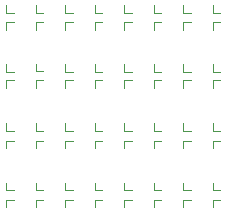
<source format=gbr>
%TF.GenerationSoftware,KiCad,Pcbnew,(6.0.4)*%
%TF.CreationDate,2022-05-26T12:18:36+02:00*%
%TF.ProjectId,SK6805EC15_Matrix,534b3638-3035-4454-9331-355f4d617472,rev?*%
%TF.SameCoordinates,Original*%
%TF.FileFunction,Legend,Top*%
%TF.FilePolarity,Positive*%
%FSLAX46Y46*%
G04 Gerber Fmt 4.6, Leading zero omitted, Abs format (unit mm)*
G04 Created by KiCad (PCBNEW (6.0.4)) date 2022-05-26 12:18:36*
%MOMM*%
%LPD*%
G01*
G04 APERTURE LIST*
%ADD10C,0.150000*%
%ADD11C,0.100000*%
G04 APERTURE END LIST*
D10*
%TO.C,*%
D11*
%TO.C,D59*%
X143800000Y-106650000D02*
X143150000Y-106650000D01*
X143150000Y-106650000D02*
X143150000Y-107300000D01*
%TO.C,D54*%
X143150000Y-105850000D02*
X143800000Y-105850000D01*
X143150000Y-105200000D02*
X143150000Y-105850000D01*
%TO.C,D15*%
X133800000Y-91650000D02*
X133150000Y-91650000D01*
X133150000Y-91650000D02*
X133150000Y-92300000D01*
%TO.C,D3*%
X135650000Y-90850000D02*
X136300000Y-90850000D01*
X135650000Y-90200000D02*
X135650000Y-90850000D01*
%TO.C,D47*%
X133800000Y-101650000D02*
X133150000Y-101650000D01*
X133150000Y-101650000D02*
X133150000Y-102300000D01*
%TO.C,D23*%
X145650000Y-95200000D02*
X145650000Y-95850000D01*
X145650000Y-95850000D02*
X146300000Y-95850000D01*
%TO.C,D26*%
X146300000Y-96550000D02*
X145650000Y-96550000D01*
X145650000Y-96550000D02*
X145650000Y-97200000D01*
%TO.C,D56*%
X148150000Y-105850000D02*
X148800000Y-105850000D01*
X148150000Y-105200000D02*
X148150000Y-105850000D01*
%TO.C,D55*%
X145650000Y-105850000D02*
X146300000Y-105850000D01*
X145650000Y-105200000D02*
X145650000Y-105850000D01*
%TO.C,D45*%
X138800000Y-101650000D02*
X138150000Y-101650000D01*
X138150000Y-101650000D02*
X138150000Y-102300000D01*
%TO.C,D32*%
X130650000Y-96550000D02*
X130650000Y-97200000D01*
X131300000Y-96550000D02*
X130650000Y-96550000D01*
%TO.C,D35*%
X135650000Y-100200000D02*
X135650000Y-100850000D01*
X135650000Y-100850000D02*
X136300000Y-100850000D01*
%TO.C,D44*%
X140650000Y-101650000D02*
X140650000Y-102300000D01*
X141300000Y-101650000D02*
X140650000Y-101650000D01*
%TO.C,D1*%
X130650000Y-90200000D02*
X130650000Y-90850000D01*
X130650000Y-90850000D02*
X131300000Y-90850000D01*
%TO.C,D20*%
X138150000Y-95200000D02*
X138150000Y-95850000D01*
X138150000Y-95850000D02*
X138800000Y-95850000D01*
%TO.C,D58*%
X146300000Y-106650000D02*
X145650000Y-106650000D01*
X145650000Y-106650000D02*
X145650000Y-107300000D01*
%TO.C,D63*%
X133150000Y-106650000D02*
X133150000Y-107300000D01*
X133800000Y-106650000D02*
X133150000Y-106650000D01*
%TO.C,D40*%
X148150000Y-100200000D02*
X148150000Y-100850000D01*
X148150000Y-100850000D02*
X148800000Y-100850000D01*
%TO.C,D62*%
X135650000Y-106650000D02*
X135650000Y-107300000D01*
X136300000Y-106650000D02*
X135650000Y-106650000D01*
%TO.C,D64*%
X131300000Y-106650000D02*
X130650000Y-106650000D01*
X130650000Y-106650000D02*
X130650000Y-107300000D01*
%TO.C,D43*%
X143800000Y-101650000D02*
X143150000Y-101650000D01*
X143150000Y-101650000D02*
X143150000Y-102300000D01*
%TO.C,D49*%
X130650000Y-105200000D02*
X130650000Y-105850000D01*
X130650000Y-105850000D02*
X131300000Y-105850000D01*
%TO.C,D18*%
X133150000Y-95800000D02*
X133800000Y-95800000D01*
X133150000Y-95150000D02*
X133150000Y-95800000D01*
%TO.C,D39*%
X145650000Y-100200000D02*
X145650000Y-100850000D01*
X145650000Y-100850000D02*
X146300000Y-100850000D01*
%TO.C,D37*%
X140650000Y-100200000D02*
X140650000Y-100850000D01*
X140650000Y-100850000D02*
X141300000Y-100850000D01*
%TO.C,D42*%
X145650000Y-101650000D02*
X145650000Y-102300000D01*
X146300000Y-101650000D02*
X145650000Y-101650000D01*
%TO.C,D61*%
X138800000Y-106650000D02*
X138150000Y-106650000D01*
X138150000Y-106650000D02*
X138150000Y-107300000D01*
%TO.C,D5*%
X140650000Y-90200000D02*
X140650000Y-90850000D01*
X140650000Y-90850000D02*
X141300000Y-90850000D01*
%TO.C,D28*%
X140650000Y-96550000D02*
X140650000Y-97200000D01*
X141300000Y-96550000D02*
X140650000Y-96550000D01*
%TO.C,D27*%
X143800000Y-96550000D02*
X143150000Y-96550000D01*
X143150000Y-96550000D02*
X143150000Y-97200000D01*
%TO.C,D19*%
X135650000Y-95850000D02*
X136300000Y-95850000D01*
X135650000Y-95200000D02*
X135650000Y-95850000D01*
%TO.C,D57*%
X148150000Y-106650000D02*
X148150000Y-107300000D01*
X148800000Y-106650000D02*
X148150000Y-106650000D01*
%TO.C,D30*%
X135650000Y-96550000D02*
X135650000Y-97200000D01*
X136300000Y-96550000D02*
X135650000Y-96550000D01*
%TO.C,D2*%
X133150000Y-90200000D02*
X133150000Y-90850000D01*
X133150000Y-90850000D02*
X133800000Y-90850000D01*
%TO.C,D16*%
X130650000Y-91650000D02*
X130650000Y-92300000D01*
X131300000Y-91650000D02*
X130650000Y-91650000D01*
%TO.C,D53*%
X140650000Y-105200000D02*
X140650000Y-105850000D01*
X140650000Y-105850000D02*
X141300000Y-105850000D01*
%TO.C,D11*%
X143150000Y-91650000D02*
X143150000Y-92300000D01*
X143800000Y-91650000D02*
X143150000Y-91650000D01*
%TO.C,D60*%
X140650000Y-106650000D02*
X140650000Y-107300000D01*
X141300000Y-106650000D02*
X140650000Y-106650000D01*
%TO.C,D34*%
X133150000Y-100200000D02*
X133150000Y-100850000D01*
X133150000Y-100850000D02*
X133800000Y-100850000D01*
%TO.C,D31*%
X133150000Y-96550000D02*
X133150000Y-97200000D01*
X133800000Y-96550000D02*
X133150000Y-96550000D01*
%TO.C,D29*%
X138800000Y-96550000D02*
X138150000Y-96550000D01*
X138150000Y-96550000D02*
X138150000Y-97200000D01*
%TO.C,D36*%
X138150000Y-100200000D02*
X138150000Y-100850000D01*
X138150000Y-100850000D02*
X138800000Y-100850000D01*
%TO.C,D4*%
X138150000Y-90200000D02*
X138150000Y-90850000D01*
X138150000Y-90850000D02*
X138800000Y-90850000D01*
%TO.C,D12*%
X141300000Y-91650000D02*
X140650000Y-91650000D01*
X140650000Y-91650000D02*
X140650000Y-92300000D01*
%TO.C,D7*%
X145650000Y-90850000D02*
X146300000Y-90850000D01*
X145650000Y-90200000D02*
X145650000Y-90850000D01*
%TO.C,D6*%
X143150000Y-90200000D02*
X143150000Y-90850000D01*
X143150000Y-90850000D02*
X143800000Y-90850000D01*
%TO.C,D21*%
X140650000Y-95850000D02*
X141300000Y-95850000D01*
X140650000Y-95200000D02*
X140650000Y-95850000D01*
%TO.C,D51*%
X135650000Y-105200000D02*
X135650000Y-105850000D01*
X135650000Y-105850000D02*
X136300000Y-105850000D01*
%TO.C,D14*%
X136300000Y-91650000D02*
X135650000Y-91650000D01*
X135650000Y-91650000D02*
X135650000Y-92300000D01*
%TO.C,D24*%
X148150000Y-95200000D02*
X148150000Y-95850000D01*
X148150000Y-95850000D02*
X148800000Y-95850000D01*
%TO.C,D13*%
X138800000Y-91650000D02*
X138150000Y-91650000D01*
X138150000Y-91650000D02*
X138150000Y-92300000D01*
%TO.C,D8*%
X148150000Y-90200000D02*
X148150000Y-90850000D01*
X148150000Y-90850000D02*
X148800000Y-90850000D01*
%TO.C,D10*%
X146300000Y-91650000D02*
X145650000Y-91650000D01*
X145650000Y-91650000D02*
X145650000Y-92300000D01*
%TO.C,D48*%
X130650000Y-101650000D02*
X130650000Y-102300000D01*
X131300000Y-101650000D02*
X130650000Y-101650000D01*
%TO.C,D25*%
X148800000Y-96550000D02*
X148150000Y-96550000D01*
X148150000Y-96550000D02*
X148150000Y-97200000D01*
%TO.C,D33*%
X130650000Y-100200000D02*
X130650000Y-100850000D01*
X130650000Y-100850000D02*
X131300000Y-100850000D01*
%TO.C,D50*%
X133150000Y-105200000D02*
X133150000Y-105850000D01*
X133150000Y-105850000D02*
X133800000Y-105850000D01*
%TO.C,D9*%
X148800000Y-91650000D02*
X148150000Y-91650000D01*
X148150000Y-91650000D02*
X148150000Y-92300000D01*
%TO.C,D17*%
X130650000Y-95850000D02*
X131300000Y-95850000D01*
X130650000Y-95200000D02*
X130650000Y-95850000D01*
%TO.C,D38*%
X143150000Y-100200000D02*
X143150000Y-100850000D01*
X143150000Y-100850000D02*
X143800000Y-100850000D01*
%TO.C,D46*%
X136300000Y-101650000D02*
X135650000Y-101650000D01*
X135650000Y-101650000D02*
X135650000Y-102300000D01*
%TO.C,D22*%
X143150000Y-95850000D02*
X143800000Y-95850000D01*
X143150000Y-95200000D02*
X143150000Y-95850000D01*
%TO.C,D52*%
X138150000Y-105200000D02*
X138150000Y-105850000D01*
X138150000Y-105850000D02*
X138800000Y-105850000D01*
%TO.C,D41*%
X148150000Y-101650000D02*
X148150000Y-102300000D01*
X148800000Y-101650000D02*
X148150000Y-101650000D01*
%TD*%
M02*

</source>
